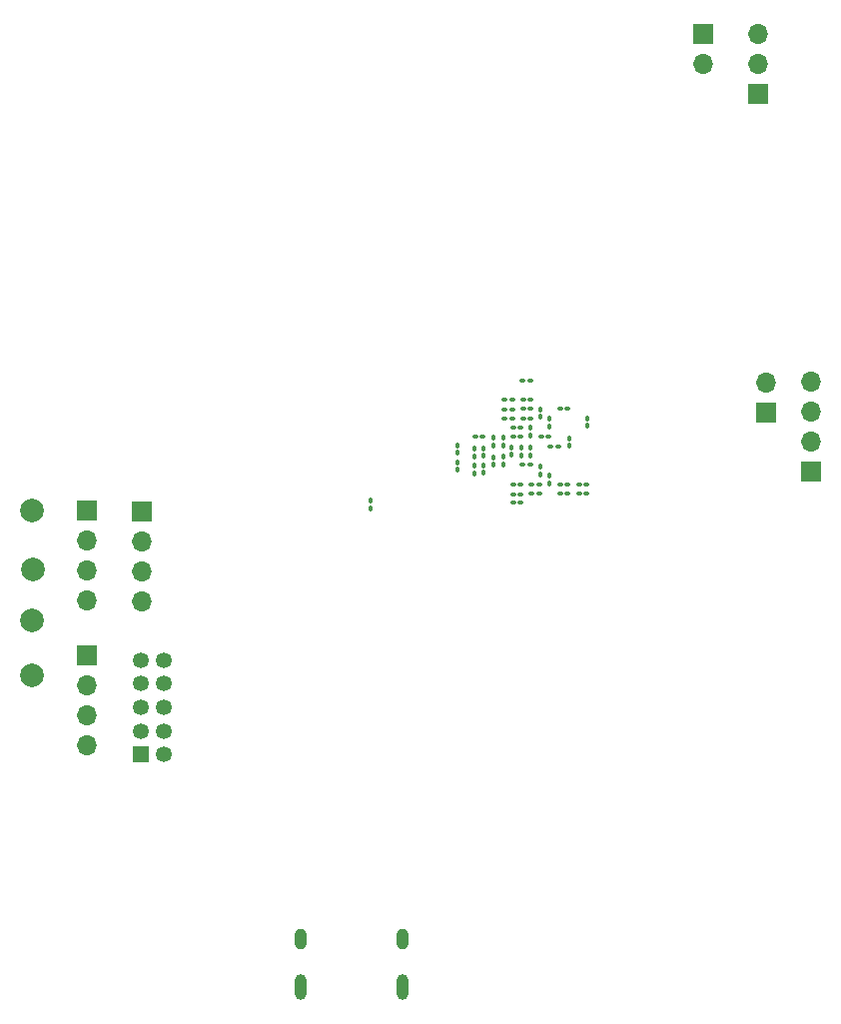
<source format=gbr>
%TF.GenerationSoftware,KiCad,Pcbnew,9.0.0*%
%TF.CreationDate,2025-05-06T20:27:03-04:00*%
%TF.ProjectId,payload_board,7061796c-6f61-4645-9f62-6f6172642e6b,rev?*%
%TF.SameCoordinates,Original*%
%TF.FileFunction,Soldermask,Bot*%
%TF.FilePolarity,Negative*%
%FSLAX45Y45*%
G04 Gerber Fmt 4.5, Leading zero omitted, Abs format (unit mm)*
G04 Created by KiCad (PCBNEW 9.0.0) date 2025-05-06 20:27:03*
%MOMM*%
%LPD*%
G01*
G04 APERTURE LIST*
G04 Aperture macros list*
%AMRoundRect*
0 Rectangle with rounded corners*
0 $1 Rounding radius*
0 $2 $3 $4 $5 $6 $7 $8 $9 X,Y pos of 4 corners*
0 Add a 4 corners polygon primitive as box body*
4,1,4,$2,$3,$4,$5,$6,$7,$8,$9,$2,$3,0*
0 Add four circle primitives for the rounded corners*
1,1,$1+$1,$2,$3*
1,1,$1+$1,$4,$5*
1,1,$1+$1,$6,$7*
1,1,$1+$1,$8,$9*
0 Add four rect primitives between the rounded corners*
20,1,$1+$1,$2,$3,$4,$5,0*
20,1,$1+$1,$4,$5,$6,$7,0*
20,1,$1+$1,$6,$7,$8,$9,0*
20,1,$1+$1,$8,$9,$2,$3,0*%
G04 Aperture macros list end*
%ADD10C,2.000000*%
%ADD11R,1.700000X1.700000*%
%ADD12O,1.700000X1.700000*%
%ADD13O,1.000000X2.200000*%
%ADD14O,1.000000X1.800000*%
%ADD15R,1.350000X1.350000*%
%ADD16C,1.350000*%
%ADD17RoundRect,0.100000X-0.100000X0.130000X-0.100000X-0.130000X0.100000X-0.130000X0.100000X0.130000X0*%
%ADD18RoundRect,0.100000X0.130000X0.100000X-0.130000X0.100000X-0.130000X-0.100000X0.130000X-0.100000X0*%
%ADD19RoundRect,0.100000X-0.130000X-0.100000X0.130000X-0.100000X0.130000X0.100000X-0.130000X0.100000X0*%
%ADD20RoundRect,0.100000X0.100000X-0.130000X0.100000X0.130000X-0.100000X0.130000X-0.100000X-0.130000X0*%
G04 APERTURE END LIST*
D10*
%TO.C,TP7*%
X15350000Y-10735000D03*
%TD*%
D11*
%TO.C,J6*%
X15815000Y-9805000D03*
D12*
X15815000Y-10059000D03*
X15815000Y-10313000D03*
X15815000Y-10567000D03*
%TD*%
D11*
%TO.C,J11*%
X21955000Y-9472000D03*
D12*
X21955000Y-9218000D03*
X21955000Y-8964000D03*
X21955000Y-8710000D03*
%TD*%
D11*
%TO.C,J9*%
X21502500Y-6270000D03*
D12*
X21502500Y-6016000D03*
X21502500Y-5762000D03*
%TD*%
D10*
%TO.C,TP5*%
X15350000Y-9805000D03*
%TD*%
%TO.C,TP8*%
X15350000Y-11200000D03*
%TD*%
D11*
%TO.C,J7*%
X16282500Y-9807500D03*
D12*
X16282500Y-10061500D03*
X16282500Y-10315500D03*
X16282500Y-10569500D03*
%TD*%
D13*
%TO.C,J2*%
X17628000Y-13837500D03*
X18492000Y-13837500D03*
D14*
X17628000Y-13437500D03*
X18492000Y-13437500D03*
%TD*%
D11*
%TO.C,J4*%
X21042500Y-5765000D03*
D12*
X21042500Y-6019000D03*
%TD*%
D15*
%TO.C,J10*%
X16272500Y-11870000D03*
D16*
X16472500Y-11870000D03*
X16272500Y-11670000D03*
X16472500Y-11670000D03*
X16272500Y-11470000D03*
X16472500Y-11470000D03*
X16272500Y-11270000D03*
X16472500Y-11270000D03*
X16272500Y-11070000D03*
X16472500Y-11070000D03*
%TD*%
D10*
%TO.C,TP6*%
X15360000Y-10305000D03*
%TD*%
D11*
%TO.C,J3*%
X15815000Y-11030000D03*
D12*
X15815000Y-11284000D03*
X15815000Y-11538000D03*
X15815000Y-11792000D03*
%TD*%
D11*
%TO.C,J5*%
X21575000Y-8969000D03*
D12*
X21575000Y-8715000D03*
%TD*%
D17*
%TO.C,C42*%
X19345000Y-9347500D03*
X19345000Y-9411500D03*
%TD*%
D18*
%TO.C,R39*%
X19171000Y-9180000D03*
X19107000Y-9180000D03*
%TD*%
D17*
%TO.C,C35*%
X19260000Y-9350000D03*
X19260000Y-9414000D03*
%TD*%
%TO.C,C13*%
X19740000Y-9510000D03*
X19740000Y-9574000D03*
%TD*%
D19*
%TO.C,R24*%
X19828500Y-8940000D03*
X19892500Y-8940000D03*
%TD*%
D18*
%TO.C,C6*%
X19492500Y-9580000D03*
X19428500Y-9580000D03*
%TD*%
D19*
%TO.C,C12*%
X19988500Y-9660000D03*
X20052500Y-9660000D03*
%TD*%
D18*
%TO.C,C17*%
X19492500Y-9735000D03*
X19428500Y-9735000D03*
%TD*%
D19*
%TO.C,C39*%
X19358500Y-9020000D03*
X19422500Y-9020000D03*
%TD*%
D17*
%TO.C,R23*%
X20060000Y-9022000D03*
X20060000Y-9086000D03*
%TD*%
D20*
%TO.C,C33*%
X19180000Y-9340000D03*
X19180000Y-9276000D03*
%TD*%
D17*
%TO.C,C29*%
X19105000Y-9422500D03*
X19105000Y-9486500D03*
%TD*%
%TO.C,C3*%
X19737500Y-9025000D03*
X19737500Y-9089000D03*
%TD*%
D18*
%TO.C,C18*%
X19492500Y-9665000D03*
X19428500Y-9665000D03*
%TD*%
%TO.C,C1*%
X19811500Y-9257500D03*
X19747500Y-9257500D03*
%TD*%
D19*
%TO.C,C22*%
X19428000Y-9100000D03*
X19492000Y-9100000D03*
%TD*%
%TO.C,C9*%
X19588500Y-9660000D03*
X19652500Y-9660000D03*
%TD*%
D18*
%TO.C,C14*%
X19892000Y-9580000D03*
X19828000Y-9580000D03*
%TD*%
D17*
%TO.C,C2*%
X19580000Y-9102500D03*
X19580000Y-9166500D03*
%TD*%
D20*
%TO.C,C28*%
X19902500Y-9254000D03*
X19902500Y-9190000D03*
%TD*%
D17*
%TO.C,R44*%
X18217500Y-9720500D03*
X18217500Y-9784500D03*
%TD*%
D19*
%TO.C,C8*%
X19588500Y-9580000D03*
X19652500Y-9580000D03*
%TD*%
D18*
%TO.C,C27*%
X19732500Y-9177500D03*
X19668500Y-9177500D03*
%TD*%
D20*
%TO.C,C44*%
X19345000Y-9250000D03*
X19345000Y-9186000D03*
%TD*%
%TO.C,C36*%
X19105000Y-9341500D03*
X19105000Y-9277500D03*
%TD*%
D19*
%TO.C,C37*%
X19358500Y-8860000D03*
X19422500Y-8860000D03*
%TD*%
D17*
%TO.C,C31*%
X19180000Y-9420000D03*
X19180000Y-9484000D03*
%TD*%
D18*
%TO.C,C21*%
X19576500Y-8937500D03*
X19512500Y-8937500D03*
%TD*%
D17*
%TO.C,C41*%
X19417500Y-9268500D03*
X19417500Y-9332500D03*
%TD*%
D20*
%TO.C,C52*%
X19577500Y-9334000D03*
X19577500Y-9270000D03*
%TD*%
%TO.C,L1*%
X18957500Y-9459000D03*
X18957500Y-9395000D03*
%TD*%
D19*
%TO.C,C11*%
X19988000Y-9582500D03*
X20052000Y-9582500D03*
%TD*%
D20*
%TO.C,C24*%
X19260000Y-9252500D03*
X19260000Y-9188500D03*
%TD*%
%TO.C,C16*%
X19662500Y-9496500D03*
X19662500Y-9432500D03*
%TD*%
D19*
%TO.C,C23*%
X19428500Y-9180000D03*
X19492500Y-9180000D03*
%TD*%
%TO.C,C40*%
X19508000Y-8700000D03*
X19572000Y-8700000D03*
%TD*%
D18*
%TO.C,C15*%
X19890000Y-9660000D03*
X19826000Y-9660000D03*
%TD*%
D17*
%TO.C,C4*%
X19660000Y-8945000D03*
X19660000Y-9009000D03*
%TD*%
D18*
%TO.C,C26*%
X19580000Y-9027500D03*
X19516000Y-9027500D03*
%TD*%
%TO.C,C30*%
X19577000Y-8860000D03*
X19513000Y-8860000D03*
%TD*%
D17*
%TO.C,C43*%
X19500000Y-9270000D03*
X19500000Y-9334000D03*
%TD*%
D19*
%TO.C,C38*%
X19358500Y-8945000D03*
X19422500Y-8945000D03*
%TD*%
D20*
%TO.C,C25*%
X18957500Y-9312000D03*
X18957500Y-9248000D03*
%TD*%
D18*
%TO.C,C5*%
X19572500Y-9415000D03*
X19508500Y-9415000D03*
%TD*%
M02*

</source>
